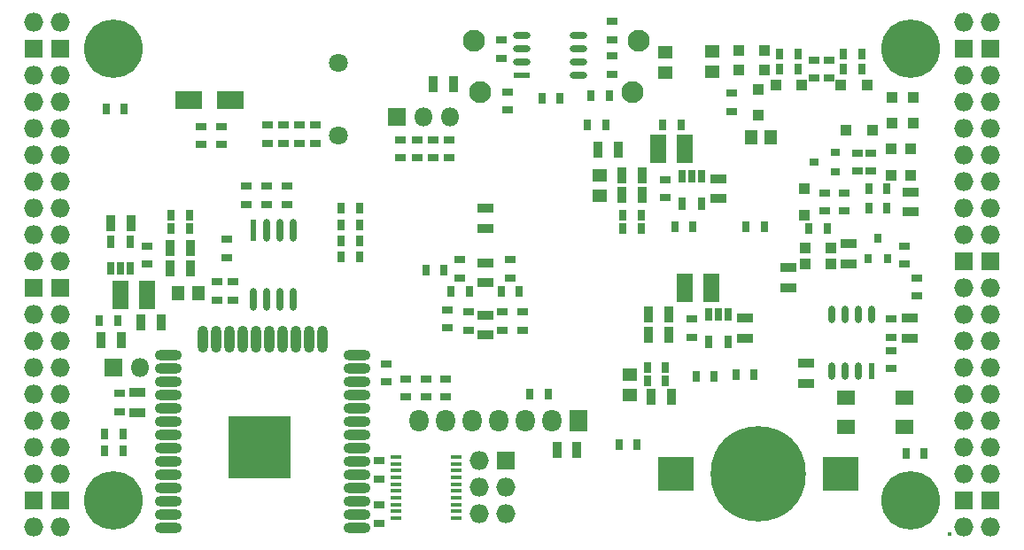
<source format=gbs>
G04 #@! TF.GenerationSoftware,KiCad,Pcbnew,5.0.0-rc2+dfsg1-2*
G04 #@! TF.CreationDate,2018-06-08T07:19:16+02:00*
G04 #@! TF.ProjectId,ulx3s,756C7833732E6B696361645F70636200,rev?*
G04 #@! TF.SameCoordinates,Original*
G04 #@! TF.FileFunction,Soldermask,Bot*
G04 #@! TF.FilePolarity,Negative*
%FSLAX46Y46*%
G04 Gerber Fmt 4.6, Leading zero omitted, Abs format (unit mm)*
G04 Created by KiCad (PCBNEW 5.0.0-rc2+dfsg1-2) date Fri Jun  8 07:19:16 2018*
%MOMM*%
%LPD*%
G01*
G04 APERTURE LIST*
%ADD10R,0.600000X2.100000*%
%ADD11O,0.700000X2.200000*%
%ADD12O,1.827200X1.827200*%
%ADD13R,1.727200X1.727200*%
%ADD14R,0.700000X1.200000*%
%ADD15C,5.600000*%
%ADD16R,1.000000X0.400000*%
%ADD17R,1.727200X2.032000*%
%ADD18O,1.827200X2.132000*%
%ADD19R,3.500000X3.300000*%
%ADD20C,9.100000*%
%ADD21C,1.800000*%
%ADD22R,0.600000X1.550000*%
%ADD23O,0.700000X1.650000*%
%ADD24O,2.600000X1.000000*%
%ADD25O,1.000000X2.600000*%
%ADD26R,6.000000X6.000000*%
%ADD27R,1.800000X1.400000*%
%ADD28R,0.970000X1.500000*%
%ADD29R,0.670000X1.000000*%
%ADD30R,1.500000X0.970000*%
%ADD31R,1.000000X0.670000*%
%ADD32C,2.100000*%
%ADD33R,1.000000X1.000000*%
%ADD34C,0.400000*%
%ADD35R,1.700000X1.700000*%
%ADD36O,1.800000X1.800000*%
%ADD37R,1.550000X0.600000*%
%ADD38O,1.650000X0.700000*%
%ADD39R,1.500000X2.700000*%
%ADD40R,1.295000X1.400000*%
%ADD41R,1.400000X1.295000*%
%ADD42R,2.500000X1.800000*%
%ADD43R,0.800000X0.900000*%
%ADD44R,0.900000X0.800000*%
G04 APERTURE END LIST*
D10*
G04 #@! TO.C,U10*
X116340000Y-82520000D03*
D11*
X117610000Y-82520000D03*
X118880000Y-82520000D03*
X120150000Y-82520000D03*
X120150000Y-89124000D03*
X118880000Y-89124000D03*
X117610000Y-89124000D03*
X116340000Y-89124000D03*
G04 #@! TD*
D12*
G04 #@! TO.C,J1*
X97910000Y-62690000D03*
X95370000Y-62690000D03*
D13*
X97910000Y-65230000D03*
X95370000Y-65230000D03*
D12*
X97910000Y-67770000D03*
X95370000Y-67770000D03*
X97910000Y-70310000D03*
X95370000Y-70310000D03*
X97910000Y-72850000D03*
X95370000Y-72850000D03*
X97910000Y-75390000D03*
X95370000Y-75390000D03*
X97910000Y-77930000D03*
X95370000Y-77930000D03*
X97910000Y-80470000D03*
X95370000Y-80470000D03*
X97910000Y-83010000D03*
X95370000Y-83010000D03*
X97910000Y-85550000D03*
X95370000Y-85550000D03*
D13*
X97910000Y-88090000D03*
X95370000Y-88090000D03*
D12*
X97910000Y-90630000D03*
X95370000Y-90630000D03*
X97910000Y-93170000D03*
X95370000Y-93170000D03*
X97910000Y-95710000D03*
X95370000Y-95710000D03*
X97910000Y-98250000D03*
X95370000Y-98250000D03*
X97910000Y-100790000D03*
X95370000Y-100790000D03*
X97910000Y-103330000D03*
X95370000Y-103330000D03*
X97910000Y-105870000D03*
X95370000Y-105870000D03*
D13*
X97910000Y-108410000D03*
X95370000Y-108410000D03*
D12*
X97910000Y-110950000D03*
X95370000Y-110950000D03*
G04 #@! TD*
D14*
G04 #@! TO.C,U3*
X159825000Y-90600000D03*
X160775000Y-90600000D03*
X161725000Y-90600000D03*
X161725000Y-93200000D03*
X159825000Y-93200000D03*
G04 #@! TD*
G04 #@! TO.C,U4*
X104575000Y-86215000D03*
X103625000Y-86215000D03*
X102675000Y-86215000D03*
X102675000Y-83615000D03*
X104575000Y-83615000D03*
G04 #@! TD*
G04 #@! TO.C,U5*
X157285000Y-77392000D03*
X158235000Y-77392000D03*
X159185000Y-77392000D03*
X159185000Y-79992000D03*
X157285000Y-79992000D03*
G04 #@! TD*
D12*
G04 #@! TO.C,J2*
X184270000Y-110950000D03*
X186810000Y-110950000D03*
D13*
X184270000Y-108410000D03*
X186810000Y-108410000D03*
D12*
X184270000Y-105870000D03*
X186810000Y-105870000D03*
X184270000Y-103330000D03*
X186810000Y-103330000D03*
X184270000Y-100790000D03*
X186810000Y-100790000D03*
X184270000Y-98250000D03*
X186810000Y-98250000D03*
X184270000Y-95710000D03*
X186810000Y-95710000D03*
X184270000Y-93170000D03*
X186810000Y-93170000D03*
X184270000Y-90630000D03*
X186810000Y-90630000D03*
X184270000Y-88090000D03*
X186810000Y-88090000D03*
D13*
X184270000Y-85550000D03*
X186810000Y-85550000D03*
D12*
X184270000Y-83010000D03*
X186810000Y-83010000D03*
X184270000Y-80470000D03*
X186810000Y-80470000D03*
X184270000Y-77930000D03*
X186810000Y-77930000D03*
X184270000Y-75390000D03*
X186810000Y-75390000D03*
X184270000Y-72850000D03*
X186810000Y-72850000D03*
X184270000Y-70310000D03*
X186810000Y-70310000D03*
X184270000Y-67770000D03*
X186810000Y-67770000D03*
D13*
X184270000Y-65230000D03*
X186810000Y-65230000D03*
D12*
X184270000Y-62690000D03*
X186810000Y-62690000D03*
G04 #@! TD*
D15*
G04 #@! TO.C,H1*
X102990000Y-108410000D03*
G04 #@! TD*
G04 #@! TO.C,H2*
X179190000Y-108410000D03*
G04 #@! TD*
G04 #@! TO.C,H3*
X179190000Y-65230000D03*
G04 #@! TD*
G04 #@! TO.C,H4*
X102990000Y-65230000D03*
G04 #@! TD*
D16*
G04 #@! TO.C,U6*
X135735000Y-104215000D03*
X135735000Y-104865000D03*
X135735000Y-105515000D03*
X135735000Y-106165000D03*
X135735000Y-106815000D03*
X135735000Y-107465000D03*
X135735000Y-108115000D03*
X135735000Y-108765000D03*
X135735000Y-109415000D03*
X135735000Y-110065000D03*
X129935000Y-110065000D03*
X129935000Y-109415000D03*
X129935000Y-108765000D03*
X129935000Y-108115000D03*
X129935000Y-107465000D03*
X129935000Y-106815000D03*
X129935000Y-106165000D03*
X129935000Y-105515000D03*
X129935000Y-104865000D03*
X129935000Y-104215000D03*
G04 #@! TD*
D13*
G04 #@! TO.C,J4*
X140455000Y-104600000D03*
D12*
X137915000Y-104600000D03*
X140455000Y-107140000D03*
X137915000Y-107140000D03*
X140455000Y-109680000D03*
X137915000Y-109680000D03*
G04 #@! TD*
D17*
G04 #@! TO.C,OLED1*
X147440000Y-100790000D03*
D18*
X144900000Y-100790000D03*
X142360000Y-100790000D03*
X139820000Y-100790000D03*
X137280000Y-100790000D03*
X134740000Y-100790000D03*
X132200000Y-100790000D03*
G04 #@! TD*
D19*
G04 #@! TO.C,BAT1*
X172485000Y-105870000D03*
X156685000Y-105870000D03*
D20*
X164585000Y-105870000D03*
G04 #@! TD*
D21*
G04 #@! TO.C,AUDIO1*
X124468000Y-66518000D03*
X124468000Y-73518000D03*
G04 #@! TD*
D22*
G04 #@! TO.C,U7*
X175395000Y-96015000D03*
D23*
X174125000Y-96015000D03*
X172855000Y-96015000D03*
X171585000Y-96015000D03*
X171585000Y-90615000D03*
X172855000Y-90615000D03*
X174125000Y-90615000D03*
X175395000Y-90615000D03*
G04 #@! TD*
D24*
G04 #@! TO.C,U9*
X126230000Y-111000000D03*
X126230000Y-109730000D03*
X126230000Y-108460000D03*
X126230000Y-107190000D03*
X126230000Y-105920000D03*
X126230000Y-104650000D03*
X126230000Y-103380000D03*
X126230000Y-102110000D03*
X126230000Y-100840000D03*
X126230000Y-99570000D03*
X126230000Y-98300000D03*
X126230000Y-97030000D03*
X126230000Y-95760000D03*
X126230000Y-94490000D03*
D25*
X122945000Y-93000000D03*
X121675000Y-93000000D03*
X120405000Y-93000000D03*
X119135000Y-93000000D03*
X117865000Y-93000000D03*
X116595000Y-93000000D03*
X115325000Y-93000000D03*
X114055000Y-93000000D03*
X112785000Y-93000000D03*
X111515000Y-93000000D03*
D24*
X108230000Y-94490000D03*
X108230000Y-95760000D03*
X108230000Y-97030000D03*
X108230000Y-98300000D03*
X108230000Y-99570000D03*
X108230000Y-100840000D03*
X108230000Y-102110000D03*
X108230000Y-103380000D03*
X108230000Y-104650000D03*
X108230000Y-105920000D03*
X108230000Y-107190000D03*
X108230000Y-108460000D03*
X108230000Y-109730000D03*
X108230000Y-111000000D03*
D26*
X116930000Y-103300000D03*
G04 #@! TD*
D27*
G04 #@! TO.C,Y2*
X178576000Y-98522000D03*
X172976000Y-98522000D03*
X172976000Y-101322000D03*
X178576000Y-101322000D03*
G04 #@! TD*
D28*
G04 #@! TO.C,C47*
X133546000Y-68550000D03*
X135456000Y-68550000D03*
G04 #@! TD*
G04 #@! TO.C,C1*
X102748500Y-81885000D03*
X104658500Y-81885000D03*
G04 #@! TD*
D29*
G04 #@! TO.C,C2*
X153985000Y-96910000D03*
X155735000Y-96910000D03*
G04 #@! TD*
D28*
G04 #@! TO.C,C3*
X156015000Y-90630000D03*
X154105000Y-90630000D03*
G04 #@! TD*
G04 #@! TO.C,C4*
X154105000Y-92535000D03*
X156015000Y-92535000D03*
G04 #@! TD*
D30*
G04 #@! TO.C,C5*
X163315000Y-90945000D03*
X163315000Y-92855000D03*
G04 #@! TD*
D29*
G04 #@! TO.C,C6*
X151645000Y-82375000D03*
X153395000Y-82375000D03*
G04 #@! TD*
D28*
G04 #@! TO.C,C7*
X153475000Y-79200000D03*
X151565000Y-79200000D03*
G04 #@! TD*
G04 #@! TO.C,C8*
X153475000Y-77295000D03*
X151565000Y-77295000D03*
G04 #@! TD*
D30*
G04 #@! TO.C,C9*
X160775000Y-79520000D03*
X160775000Y-77610000D03*
G04 #@! TD*
D29*
G04 #@! TO.C,C10*
X108465000Y-81105000D03*
X110215000Y-81105000D03*
G04 #@! TD*
D28*
G04 #@! TO.C,C11*
X108385000Y-84280000D03*
X110295000Y-84280000D03*
G04 #@! TD*
G04 #@! TO.C,C12*
X110295000Y-86185000D03*
X108385000Y-86185000D03*
G04 #@! TD*
D30*
G04 #@! TO.C,C13*
X173221000Y-83833000D03*
X173221000Y-85743000D03*
G04 #@! TD*
D31*
G04 #@! TO.C,C14*
X175380000Y-76900000D03*
X175380000Y-75150000D03*
G04 #@! TD*
D30*
G04 #@! TO.C,C15*
X105276000Y-99967000D03*
X105276000Y-98057000D03*
G04 #@! TD*
G04 #@! TO.C,C16*
X167506000Y-88029000D03*
X167506000Y-86119000D03*
G04 #@! TD*
G04 #@! TO.C,C17*
X138500000Y-90665000D03*
X138500000Y-92575000D03*
G04 #@! TD*
D31*
G04 #@! TO.C,C18*
X150589600Y-64359000D03*
X150589600Y-62609000D03*
G04 #@! TD*
D30*
G04 #@! TO.C,C19*
X138500000Y-82375000D03*
X138500000Y-80465000D03*
G04 #@! TD*
G04 #@! TO.C,C20*
X138500000Y-87575000D03*
X138500000Y-85665000D03*
G04 #@! TD*
D28*
G04 #@! TO.C,C21*
X103706000Y-93061000D03*
X101796000Y-93061000D03*
G04 #@! TD*
G04 #@! TO.C,C22*
X154359000Y-98504000D03*
X156269000Y-98504000D03*
G04 #@! TD*
G04 #@! TO.C,C23*
X105591000Y-91392000D03*
X107501000Y-91392000D03*
G04 #@! TD*
G04 #@! TO.C,C24*
X151189000Y-74882000D03*
X149279000Y-74882000D03*
G04 #@! TD*
D31*
G04 #@! TO.C,C25*
X140900000Y-87095000D03*
X140900000Y-85345000D03*
G04 #@! TD*
G04 #@! TO.C,C26*
X136100000Y-87095000D03*
X136100000Y-85345000D03*
G04 #@! TD*
G04 #@! TO.C,C27*
X136900000Y-92095000D03*
X136900000Y-90345000D03*
G04 #@! TD*
G04 #@! TO.C,C28*
X140100000Y-90345000D03*
X140100000Y-92095000D03*
G04 #@! TD*
G04 #@! TO.C,C29*
X142100000Y-92095000D03*
X142100000Y-90345000D03*
G04 #@! TD*
G04 #@! TO.C,C30*
X134900000Y-90145000D03*
X134900000Y-91895000D03*
G04 #@! TD*
D29*
G04 #@! TO.C,C31*
X135225000Y-88420000D03*
X136975000Y-88420000D03*
G04 #@! TD*
G04 #@! TO.C,C32*
X140025000Y-88420000D03*
X141775000Y-88420000D03*
G04 #@! TD*
G04 #@! TO.C,C33*
X163425000Y-82220000D03*
X165175000Y-82220000D03*
G04 #@! TD*
G04 #@! TO.C,C34*
X158375000Y-82220000D03*
X156625000Y-82220000D03*
G04 #@! TD*
D31*
G04 #@! TO.C,C35*
X177300000Y-94025000D03*
X177300000Y-95775000D03*
G04 #@! TD*
D28*
G04 #@! TO.C,C46*
X145342000Y-103584000D03*
X147252000Y-103584000D03*
G04 #@! TD*
D29*
G04 #@! TO.C,C48*
X103995000Y-70963000D03*
X102245000Y-70963000D03*
G04 #@! TD*
G04 #@! TO.C,C49*
X103372000Y-91156000D03*
X101622000Y-91156000D03*
G04 #@! TD*
D31*
G04 #@! TO.C,C50*
X179713000Y-88856000D03*
X179713000Y-87106000D03*
G04 #@! TD*
D29*
G04 #@! TO.C,C51*
X180473000Y-103856000D03*
X178723000Y-103856000D03*
G04 #@! TD*
G04 #@! TO.C,C52*
X158645000Y-96490000D03*
X160395000Y-96490000D03*
G04 #@! TD*
G04 #@! TO.C,C53*
X132827200Y-86330000D03*
X134577200Y-86330000D03*
G04 #@! TD*
D30*
G04 #@! TO.C,C54*
X169172000Y-95281000D03*
X169172000Y-97191000D03*
G04 #@! TD*
G04 #@! TO.C,D11*
X179190000Y-80790000D03*
X179190000Y-78880000D03*
G04 #@! TD*
D32*
G04 #@! TO.C,GPDI1*
X152546000Y-69312000D03*
X138046000Y-69312000D03*
X153146000Y-64412000D03*
X137446000Y-64412000D03*
G04 #@! TD*
D33*
G04 #@! TO.C,D10*
X169050000Y-84280000D03*
X171550000Y-84280000D03*
G04 #@! TD*
G04 #@! TO.C,D12*
X169030000Y-78585000D03*
X169030000Y-81085000D03*
G04 #@! TD*
G04 #@! TO.C,D13*
X171550000Y-85804000D03*
X169050000Y-85804000D03*
G04 #@! TD*
G04 #@! TO.C,D14*
X179190000Y-74775000D03*
X179190000Y-77275000D03*
G04 #@! TD*
G04 #@! TO.C,D15*
X177285000Y-77275000D03*
X177285000Y-74775000D03*
G04 #@! TD*
G04 #@! TO.C,D16*
X172987000Y-72977000D03*
X175487000Y-72977000D03*
G04 #@! TD*
G04 #@! TO.C,D17*
X164585000Y-69060000D03*
X164585000Y-71560000D03*
G04 #@! TD*
G04 #@! TO.C,D20*
X168756000Y-68659000D03*
X166256000Y-68659000D03*
G04 #@! TD*
G04 #@! TO.C,D21*
X174979000Y-68659000D03*
X172479000Y-68659000D03*
G04 #@! TD*
G04 #@! TO.C,D23*
X165200000Y-67262000D03*
X162700000Y-67262000D03*
G04 #@! TD*
G04 #@! TO.C,D24*
X162700000Y-65357000D03*
X165200000Y-65357000D03*
G04 #@! TD*
G04 #@! TO.C,D25*
X177412000Y-72322000D03*
X177412000Y-69822000D03*
G04 #@! TD*
G04 #@! TO.C,D26*
X179444000Y-69822000D03*
X179444000Y-72322000D03*
G04 #@! TD*
D34*
G04 #@! TO.C,AE1*
X182888000Y-111603000D03*
G04 #@! TD*
D31*
G04 #@! TO.C,R49*
X113277000Y-74360000D03*
X113277000Y-72610000D03*
G04 #@! TD*
G04 #@! TO.C,R50*
X111372000Y-72610000D03*
X111372000Y-74360000D03*
G04 #@! TD*
D29*
G04 #@! TO.C,R51*
X155455000Y-72487000D03*
X157205000Y-72487000D03*
G04 #@! TD*
D31*
G04 #@! TO.C,R52*
X171331000Y-66278000D03*
X171331000Y-68028000D03*
G04 #@! TD*
G04 #@! TO.C,R53*
X169919000Y-68028000D03*
X169919000Y-66278000D03*
G04 #@! TD*
D29*
G04 #@! TO.C,R54*
X174477000Y-65738000D03*
X172727000Y-65738000D03*
G04 #@! TD*
D31*
G04 #@! TO.C,R56*
X128390000Y-106321000D03*
X128390000Y-104571000D03*
G04 #@! TD*
G04 #@! TO.C,R57*
X117722000Y-72483000D03*
X117722000Y-74233000D03*
G04 #@! TD*
G04 #@! TO.C,R58*
X119246000Y-74233000D03*
X119246000Y-72483000D03*
G04 #@! TD*
G04 #@! TO.C,R59*
X120770000Y-72483000D03*
X120770000Y-74233000D03*
G04 #@! TD*
G04 #@! TO.C,R60*
X122294000Y-74233000D03*
X122294000Y-72483000D03*
G04 #@! TD*
D29*
G04 #@! TO.C,R61*
X145655000Y-69900000D03*
X143905000Y-69900000D03*
G04 #@! TD*
D35*
G04 #@! TO.C,J3*
X102990000Y-95710000D03*
D36*
X105530000Y-95710000D03*
G04 #@! TD*
D35*
G04 #@! TO.C,J5*
X130056000Y-71725000D03*
D36*
X132596000Y-71725000D03*
X135136000Y-71725000D03*
G04 #@! TD*
D29*
G04 #@! TO.C,R40*
X166631000Y-65738000D03*
X168381000Y-65738000D03*
G04 #@! TD*
D31*
G04 #@! TO.C,R55*
X134740000Y-96740000D03*
X134740000Y-98490000D03*
G04 #@! TD*
D37*
G04 #@! TO.C,U11*
X141980000Y-67706500D03*
D38*
X141980000Y-66436500D03*
X141980000Y-65166500D03*
X141980000Y-63896500D03*
X147380000Y-63896500D03*
X147380000Y-65166500D03*
X147380000Y-66436500D03*
X147380000Y-67706500D03*
G04 #@! TD*
D30*
G04 #@! TO.C,C55*
X179078000Y-90963000D03*
X179078000Y-92873000D03*
G04 #@! TD*
D31*
G04 #@! TO.C,R65*
X177300000Y-92793000D03*
X177300000Y-91043000D03*
G04 #@! TD*
D39*
G04 #@! TO.C,L1*
X160140000Y-88090000D03*
X157600000Y-88090000D03*
G04 #@! TD*
G04 #@! TO.C,L2*
X103625000Y-88725000D03*
X106165000Y-88725000D03*
G04 #@! TD*
G04 #@! TO.C,L3*
X155060000Y-74755000D03*
X157600000Y-74755000D03*
G04 #@! TD*
D29*
G04 #@! TO.C,R1*
X171175000Y-82375000D03*
X169425000Y-82375000D03*
G04 #@! TD*
D31*
G04 #@! TO.C,R2*
X172840000Y-78960000D03*
X172840000Y-80710000D03*
G04 #@! TD*
G04 #@! TO.C,R3*
X162045000Y-71185000D03*
X162045000Y-69435000D03*
G04 #@! TD*
D29*
G04 #@! TO.C,R4*
X176890000Y-80470000D03*
X175140000Y-80470000D03*
G04 #@! TD*
D31*
G04 #@! TO.C,R5*
X174110000Y-75150000D03*
X174110000Y-76900000D03*
G04 #@! TD*
G04 #@! TO.C,R6*
X178555000Y-85790000D03*
X178555000Y-84040000D03*
G04 #@! TD*
G04 #@! TO.C,R7*
X113785000Y-85155000D03*
X113785000Y-83405000D03*
G04 #@! TD*
G04 #@! TO.C,R8*
X170935000Y-80710000D03*
X170935000Y-78960000D03*
G04 #@! TD*
G04 #@! TO.C,R9*
X128390000Y-110555000D03*
X128390000Y-108805000D03*
G04 #@! TD*
D29*
G04 #@! TO.C,R10*
X151264000Y-103076000D03*
X153014000Y-103076000D03*
G04 #@! TD*
D31*
G04 #@! TO.C,R11*
X119515000Y-80093000D03*
X119515000Y-78343000D03*
G04 #@! TD*
G04 #@! TO.C,R12*
X114420000Y-89219000D03*
X114420000Y-87469000D03*
G04 #@! TD*
D29*
G04 #@! TO.C,R13*
X175140000Y-78565000D03*
X176890000Y-78565000D03*
G04 #@! TD*
G04 #@! TO.C,R14*
X124721000Y-85060000D03*
X126471000Y-85060000D03*
G04 #@! TD*
G04 #@! TO.C,R15*
X126471000Y-83536000D03*
X124721000Y-83536000D03*
G04 #@! TD*
G04 #@! TO.C,R16*
X124721000Y-82012000D03*
X126471000Y-82012000D03*
G04 #@! TD*
G04 #@! TO.C,R17*
X126471000Y-80470000D03*
X124721000Y-80470000D03*
G04 #@! TD*
D31*
G04 #@! TO.C,R18*
X130422000Y-73898000D03*
X130422000Y-75648000D03*
G04 #@! TD*
G04 #@! TO.C,R19*
X131961000Y-73898000D03*
X131961000Y-75648000D03*
G04 #@! TD*
G04 #@! TO.C,R20*
X133485000Y-73898000D03*
X133485000Y-75648000D03*
G04 #@! TD*
G04 #@! TO.C,R21*
X135009000Y-75648000D03*
X135009000Y-73898000D03*
G04 #@! TD*
G04 #@! TO.C,R22*
X140025500Y-66105000D03*
X140025500Y-64355000D03*
G04 #@! TD*
G04 #@! TO.C,R23*
X140597000Y-71076000D03*
X140597000Y-69326000D03*
G04 #@! TD*
G04 #@! TO.C,R24*
X150615000Y-67647000D03*
X150615000Y-65897000D03*
G04 #@! TD*
D29*
G04 #@! TO.C,R25*
X148300000Y-72487000D03*
X150050000Y-72487000D03*
G04 #@! TD*
G04 #@! TO.C,R26*
X150362000Y-69693000D03*
X148612000Y-69693000D03*
G04 #@! TD*
D31*
G04 #@! TO.C,R27*
X129025000Y-95300000D03*
X129025000Y-97050000D03*
G04 #@! TD*
G04 #@! TO.C,R28*
X117595000Y-78343000D03*
X117595000Y-80093000D03*
G04 #@! TD*
G04 #@! TO.C,R29*
X112896000Y-89219000D03*
X112896000Y-87469000D03*
G04 #@! TD*
G04 #@! TO.C,R30*
X115690000Y-78343000D03*
X115690000Y-80093000D03*
G04 #@! TD*
D29*
G04 #@! TO.C,R31*
X142755000Y-98250000D03*
X144505000Y-98250000D03*
G04 #@! TD*
D31*
G04 #@! TO.C,R32*
X132835000Y-98490000D03*
X132835000Y-96740000D03*
G04 #@! TD*
G04 #@! TO.C,R33*
X130930000Y-96740000D03*
X130930000Y-98490000D03*
G04 #@! TD*
D29*
G04 #@! TO.C,R34*
X102115000Y-103600000D03*
X103865000Y-103600000D03*
G04 #@! TD*
G04 #@! TO.C,R35*
X102115000Y-102060000D03*
X103865000Y-102060000D03*
G04 #@! TD*
D31*
G04 #@! TO.C,R38*
X103576500Y-99905000D03*
X103576500Y-98155000D03*
G04 #@! TD*
D29*
G04 #@! TO.C,R39*
X164190000Y-96345000D03*
X162440000Y-96345000D03*
G04 #@! TD*
G04 #@! TO.C,R63*
X168381000Y-67135000D03*
X166631000Y-67135000D03*
G04 #@! TD*
G04 #@! TO.C,R64*
X174475000Y-67120000D03*
X172725000Y-67120000D03*
G04 #@! TD*
G04 #@! TO.C,RA1*
X153985000Y-95640000D03*
X155735000Y-95640000D03*
G04 #@! TD*
G04 #@! TO.C,RA2*
X110215000Y-82375000D03*
X108465000Y-82375000D03*
G04 #@! TD*
G04 #@! TO.C,RA3*
X151645000Y-81105000D03*
X153395000Y-81105000D03*
G04 #@! TD*
D31*
G04 #@! TO.C,RB1*
X158235000Y-92775000D03*
X158235000Y-91025000D03*
G04 #@! TD*
G04 #@! TO.C,RB2*
X106165000Y-85790000D03*
X106165000Y-84040000D03*
G04 #@! TD*
G04 #@! TO.C,RB3*
X155695000Y-79440000D03*
X155695000Y-77690000D03*
G04 #@! TD*
D40*
G04 #@! TO.C,RD9*
X165821500Y-73630000D03*
X163886500Y-73630000D03*
G04 #@! TD*
D41*
G04 #@! TO.C,RD51*
X155710000Y-65550500D03*
X155710000Y-67485500D03*
G04 #@! TD*
G04 #@! TO.C,RD52*
X160155000Y-67358500D03*
X160155000Y-65423500D03*
G04 #@! TD*
G04 #@! TO.C,RP1*
X152281000Y-96393500D03*
X152281000Y-98328500D03*
G04 #@! TD*
D40*
G04 #@! TO.C,RP2*
X111069500Y-88598000D03*
X109134500Y-88598000D03*
G04 #@! TD*
D41*
G04 #@! TO.C,RP3*
X149472000Y-77343500D03*
X149472000Y-79278500D03*
G04 #@! TD*
D42*
G04 #@! TO.C,D8*
X110149000Y-70074000D03*
X114149000Y-70074000D03*
G04 #@! TD*
D43*
G04 #@! TO.C,Q1*
X176015000Y-83280000D03*
X175065000Y-85280000D03*
X176965000Y-85280000D03*
G04 #@! TD*
D44*
G04 #@! TO.C,Q2*
X171935000Y-75075000D03*
X171935000Y-76975000D03*
X169935000Y-76025000D03*
G04 #@! TD*
M02*

</source>
